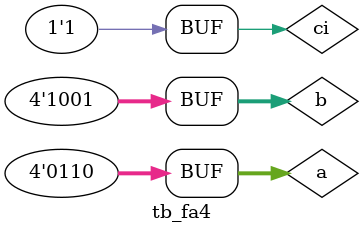
<source format=v>
`timescale 1ns/1ps

module tb_fa4();

reg [3:0] a, b;
reg ci;
wire [3:0] s;
wire co;

fa4 fa0(.a(a), .b(b), .ci(ci), .s(s), .co(co));

initial begin
	#10 a = 4'b0110; b = 4'b1001; ci = 1'b0;
	#100 a = 4'b0110; b = 4'b1001; ci = 1'b1;
end
endmodule
</source>
